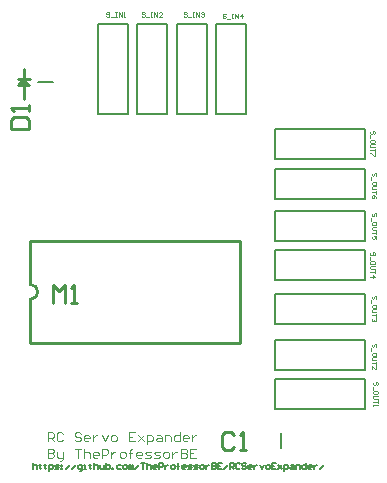
<source format=gto>
G04*
G04 #@! TF.GenerationSoftware,Altium Limited,Altium Designer,23.0.1 (38)*
G04*
G04 Layer_Color=65535*
%FSLAX25Y25*%
%MOIN*%
G70*
G04*
G04 #@! TF.SameCoordinates,7FA53B3A-F1D1-4194-8ECC-15494960791F*
G04*
G04*
G04 #@! TF.FilePolarity,Positive*
G04*
G01*
G75*
%ADD10C,0.01000*%
%ADD11C,0.00787*%
%ADD12C,0.00400*%
%ADD13C,0.00500*%
%ADD14C,0.00300*%
D10*
X211500Y312634D02*
G03*
X211500Y317634I0J2500D01*
G01*
X210500Y386000D02*
X211500D01*
X207500D02*
X210500D01*
X209000Y384500D02*
Y385000D01*
X209500Y385500D01*
X211000Y384000D01*
X207500D02*
X211000D01*
X207500D02*
X209500Y386000D01*
Y379500D02*
Y389500D01*
X211500Y298161D02*
Y312634D01*
Y317634D02*
Y332106D01*
X281500D01*
Y298161D02*
Y332106D01*
X211500Y298161D02*
X281500D01*
X279500Y267499D02*
X278500Y268499D01*
X276501D01*
X275501Y267499D01*
Y263501D01*
X276501Y262501D01*
X278500D01*
X279500Y263501D01*
X281499Y262501D02*
X283499D01*
X282499D01*
Y268499D01*
X281499Y267499D01*
X219001Y311501D02*
Y317499D01*
X221001Y315500D01*
X223000Y317499D01*
Y311501D01*
X224999D02*
X226999D01*
X225999D01*
Y317499D01*
X224999Y316499D01*
X205001Y369501D02*
X210999D01*
Y372500D01*
X209999Y373500D01*
X206001D01*
X205001Y372500D01*
Y369501D01*
X210999Y375499D02*
Y377499D01*
Y376499D01*
X205001D01*
X206001Y375499D01*
D11*
X295063Y262941D02*
Y268059D01*
X293000Y342000D02*
X323000D01*
X293000Y332000D02*
Y342000D01*
Y332000D02*
X323000D01*
Y342000D01*
X293000Y329000D02*
X323000D01*
X293000Y319000D02*
Y329000D01*
Y319000D02*
X323000D01*
Y329000D01*
X293000Y356000D02*
X323000D01*
X293000Y346000D02*
Y356000D01*
Y346000D02*
X323000D01*
Y356000D01*
X293000Y286000D02*
X323000D01*
X293000Y276000D02*
Y286000D01*
Y276000D02*
X323000D01*
Y286000D01*
X293000Y314500D02*
X323000D01*
X293000Y304500D02*
Y314500D01*
Y304500D02*
X323000D01*
Y314500D01*
X293000Y299000D02*
X323000D01*
X293000Y289000D02*
Y299000D01*
Y289000D02*
X323000D01*
Y299000D01*
X293000Y369500D02*
X323000D01*
X293000Y359500D02*
Y369500D01*
Y359500D02*
X323000D01*
Y369500D01*
X213941Y384937D02*
X219059D01*
X273500Y374500D02*
Y404500D01*
Y374500D02*
X283500D01*
Y404500D01*
X273500D02*
X283500D01*
X260500Y374500D02*
Y404500D01*
Y374500D02*
X270500D01*
Y404500D01*
X260500D02*
X270500D01*
X247000Y374500D02*
Y404500D01*
Y374500D02*
X257000D01*
Y404500D01*
X247000D02*
X257000D01*
X234000Y374500D02*
Y404500D01*
Y374500D02*
X244000D01*
Y404500D01*
X234000D02*
X244000D01*
D12*
X217400Y265400D02*
Y268399D01*
X218899D01*
X219399Y267899D01*
Y266899D01*
X218899Y266399D01*
X217400D01*
X218400D02*
X219399Y265400D01*
X222398Y267899D02*
X221899Y268399D01*
X220899D01*
X220399Y267899D01*
Y265899D01*
X220899Y265400D01*
X221899D01*
X222398Y265899D01*
X228396Y267899D02*
X227897Y268399D01*
X226897D01*
X226397Y267899D01*
Y267399D01*
X226897Y266899D01*
X227897D01*
X228396Y266399D01*
Y265899D01*
X227897Y265400D01*
X226897D01*
X226397Y265899D01*
X230896Y265400D02*
X229896D01*
X229396Y265899D01*
Y266899D01*
X229896Y267399D01*
X230896D01*
X231396Y266899D01*
Y266399D01*
X229396D01*
X232395Y267399D02*
Y265400D01*
Y266399D01*
X232895Y266899D01*
X233395Y267399D01*
X233895D01*
X235394D02*
X236394Y265400D01*
X237393Y267399D01*
X238893Y265400D02*
X239893D01*
X240393Y265899D01*
Y266899D01*
X239893Y267399D01*
X238893D01*
X238393Y266899D01*
Y265899D01*
X238893Y265400D01*
X246391Y268399D02*
X244391D01*
Y265400D01*
X246391D01*
X244391Y266899D02*
X245391D01*
X247390Y267399D02*
X249390Y265400D01*
X248390Y266399D01*
X249390Y267399D01*
X247390Y265400D01*
X250389Y264400D02*
Y267399D01*
X251889D01*
X252389Y266899D01*
Y265899D01*
X251889Y265400D01*
X250389D01*
X253888Y267399D02*
X254888D01*
X255388Y266899D01*
Y265400D01*
X253888D01*
X253388Y265899D01*
X253888Y266399D01*
X255388D01*
X256387Y265400D02*
Y267399D01*
X257887D01*
X258387Y266899D01*
Y265400D01*
X261386Y268399D02*
Y265400D01*
X259886D01*
X259386Y265899D01*
Y266899D01*
X259886Y267399D01*
X261386D01*
X263885Y265400D02*
X262885D01*
X262385Y265899D01*
Y266899D01*
X262885Y267399D01*
X263885D01*
X264385Y266899D01*
Y266399D01*
X262385D01*
X265385Y267399D02*
Y265400D01*
Y266399D01*
X265884Y266899D01*
X266384Y267399D01*
X266884D01*
X217400Y262899D02*
Y259900D01*
X218899D01*
X219399Y260400D01*
Y260899D01*
X218899Y261399D01*
X217400D01*
X218899D01*
X219399Y261899D01*
Y262399D01*
X218899Y262899D01*
X217400D01*
X220399Y261899D02*
Y260400D01*
X220899Y259900D01*
X222398D01*
Y259400D01*
X221899Y258900D01*
X221399D01*
X222398Y259900D02*
Y261899D01*
X226397Y262899D02*
X228396D01*
X227397D01*
Y259900D01*
X229396Y262899D02*
Y259900D01*
Y261399D01*
X229896Y261899D01*
X230896D01*
X231396Y261399D01*
Y259900D01*
X233895D02*
X232895D01*
X232395Y260400D01*
Y261399D01*
X232895Y261899D01*
X233895D01*
X234395Y261399D01*
Y260899D01*
X232395D01*
X235394Y259900D02*
Y262899D01*
X236894D01*
X237393Y262399D01*
Y261399D01*
X236894Y260899D01*
X235394D01*
X238393Y261899D02*
Y259900D01*
Y260899D01*
X238893Y261399D01*
X239393Y261899D01*
X239893D01*
X241892Y259900D02*
X242892D01*
X243392Y260400D01*
Y261399D01*
X242892Y261899D01*
X241892D01*
X241392Y261399D01*
Y260400D01*
X241892Y259900D01*
X244891D02*
Y262399D01*
Y261399D01*
X244391D01*
X245391D01*
X244891D01*
Y262399D01*
X245391Y262899D01*
X248390Y259900D02*
X247390D01*
X246890Y260400D01*
Y261399D01*
X247390Y261899D01*
X248390D01*
X248890Y261399D01*
Y260899D01*
X246890D01*
X249889Y259900D02*
X251389D01*
X251889Y260400D01*
X251389Y260899D01*
X250389D01*
X249889Y261399D01*
X250389Y261899D01*
X251889D01*
X252888Y259900D02*
X254388D01*
X254888Y260400D01*
X254388Y260899D01*
X253388D01*
X252888Y261399D01*
X253388Y261899D01*
X254888D01*
X256387Y259900D02*
X257387D01*
X257887Y260400D01*
Y261399D01*
X257387Y261899D01*
X256387D01*
X255888Y261399D01*
Y260400D01*
X256387Y259900D01*
X258887Y261899D02*
Y259900D01*
Y260899D01*
X259386Y261399D01*
X259886Y261899D01*
X260386D01*
X261886Y262899D02*
Y259900D01*
X263385D01*
X263885Y260400D01*
Y260899D01*
X263385Y261399D01*
X261886D01*
X263385D01*
X263885Y261899D01*
Y262399D01*
X263385Y262899D01*
X261886D01*
X266884D02*
X264885D01*
Y259900D01*
X266884D01*
X264885Y261399D02*
X265884D01*
D13*
X212500Y258166D02*
Y256166D01*
Y257166D01*
X212833Y257499D01*
X213500D01*
X213833Y257166D01*
Y256166D01*
X214833Y257833D02*
Y257499D01*
X214499D01*
X215166D01*
X214833D01*
Y256500D01*
X215166Y256166D01*
X216499Y257833D02*
Y257499D01*
X216165D01*
X216832D01*
X216499D01*
Y256500D01*
X216832Y256166D01*
X217832Y255500D02*
Y257499D01*
X218831D01*
X219164Y257166D01*
Y256500D01*
X218831Y256166D01*
X217832D01*
X219831D02*
X220831D01*
X221164Y256500D01*
X220831Y256833D01*
X220164D01*
X219831Y257166D01*
X220164Y257499D01*
X221164D01*
X221830D02*
X222164D01*
Y257166D01*
X221830D01*
Y257499D01*
Y256500D02*
X222164D01*
Y256166D01*
X221830D01*
Y256500D01*
X223496Y256166D02*
X224829Y257499D01*
X225496Y256166D02*
X226829Y257499D01*
X228162Y255500D02*
X228495D01*
X228828Y255833D01*
Y257499D01*
X227828D01*
X227495Y257166D01*
Y256500D01*
X227828Y256166D01*
X228828D01*
X229495D02*
X230161D01*
X229828D01*
Y257499D01*
X229495D01*
X231494Y257833D02*
Y257499D01*
X231161D01*
X231827D01*
X231494D01*
Y256500D01*
X231827Y256166D01*
X232827Y258166D02*
Y256166D01*
Y257166D01*
X233160Y257499D01*
X233826D01*
X234160Y257166D01*
Y256166D01*
X234826Y257499D02*
Y256500D01*
X235159Y256166D01*
X236159D01*
Y257499D01*
X236825Y258166D02*
Y256166D01*
X237825D01*
X238158Y256500D01*
Y256833D01*
Y257166D01*
X237825Y257499D01*
X236825D01*
X238825Y256166D02*
Y256500D01*
X239158D01*
Y256166D01*
X238825D01*
X241824Y257499D02*
X240824D01*
X240491Y257166D01*
Y256500D01*
X240824Y256166D01*
X241824D01*
X242824D02*
X243490D01*
X243823Y256500D01*
Y257166D01*
X243490Y257499D01*
X242824D01*
X242490Y257166D01*
Y256500D01*
X242824Y256166D01*
X244490D02*
Y257499D01*
X244823D01*
X245156Y257166D01*
Y256166D01*
Y257166D01*
X245489Y257499D01*
X245823Y257166D01*
Y256166D01*
X246489D02*
X247822Y257499D01*
X248488Y258166D02*
X249821D01*
X249155D01*
Y256166D01*
X250488Y258166D02*
Y256166D01*
Y257166D01*
X250821Y257499D01*
X251487D01*
X251821Y257166D01*
Y256166D01*
X253487D02*
X252820D01*
X252487Y256500D01*
Y257166D01*
X252820Y257499D01*
X253487D01*
X253820Y257166D01*
Y256833D01*
X252487D01*
X254486Y256166D02*
Y258166D01*
X255486D01*
X255819Y257833D01*
Y257166D01*
X255486Y256833D01*
X254486D01*
X256486Y257499D02*
Y256166D01*
Y256833D01*
X256819Y257166D01*
X257152Y257499D01*
X257485D01*
X258818Y256166D02*
X259485D01*
X259818Y256500D01*
Y257166D01*
X259485Y257499D01*
X258818D01*
X258485Y257166D01*
Y256500D01*
X258818Y256166D01*
X260818D02*
Y257833D01*
Y257166D01*
X260484D01*
X261151D01*
X260818D01*
Y257833D01*
X261151Y258166D01*
X263150Y256166D02*
X262484D01*
X262151Y256500D01*
Y257166D01*
X262484Y257499D01*
X263150D01*
X263484Y257166D01*
Y256833D01*
X262151D01*
X264150Y256166D02*
X265150D01*
X265483Y256500D01*
X265150Y256833D01*
X264483D01*
X264150Y257166D01*
X264483Y257499D01*
X265483D01*
X266149Y256166D02*
X267149D01*
X267482Y256500D01*
X267149Y256833D01*
X266482D01*
X266149Y257166D01*
X266482Y257499D01*
X267482D01*
X268482Y256166D02*
X269148D01*
X269481Y256500D01*
Y257166D01*
X269148Y257499D01*
X268482D01*
X268149Y257166D01*
Y256500D01*
X268482Y256166D01*
X270148Y257499D02*
Y256166D01*
Y256833D01*
X270481Y257166D01*
X270814Y257499D01*
X271148D01*
X272147Y258166D02*
Y256166D01*
X273147D01*
X273480Y256500D01*
Y256833D01*
X273147Y257166D01*
X272147D01*
X273147D01*
X273480Y257499D01*
Y257833D01*
X273147Y258166D01*
X272147D01*
X275480D02*
X274147D01*
Y256166D01*
X275480D01*
X274147Y257166D02*
X274813D01*
X276146Y256166D02*
X277479Y257499D01*
X278145Y256166D02*
Y258166D01*
X279145D01*
X279478Y257833D01*
Y257166D01*
X279145Y256833D01*
X278145D01*
X278812D02*
X279478Y256166D01*
X281478Y257833D02*
X281144Y258166D01*
X280478D01*
X280145Y257833D01*
Y256500D01*
X280478Y256166D01*
X281144D01*
X281478Y256500D01*
X283477Y257833D02*
X283144Y258166D01*
X282477D01*
X282144Y257833D01*
Y257499D01*
X282477Y257166D01*
X283144D01*
X283477Y256833D01*
Y256500D01*
X283144Y256166D01*
X282477D01*
X282144Y256500D01*
X285143Y256166D02*
X284477D01*
X284143Y256500D01*
Y257166D01*
X284477Y257499D01*
X285143D01*
X285476Y257166D01*
Y256833D01*
X284143D01*
X286143Y257499D02*
Y256166D01*
Y256833D01*
X286476Y257166D01*
X286809Y257499D01*
X287142D01*
X288142D02*
X288809Y256166D01*
X289475Y257499D01*
X290475Y256166D02*
X291141D01*
X291474Y256500D01*
Y257166D01*
X291141Y257499D01*
X290475D01*
X290142Y257166D01*
Y256500D01*
X290475Y256166D01*
X293474Y258166D02*
X292141D01*
Y256166D01*
X293474D01*
X292141Y257166D02*
X292807D01*
X294140Y257499D02*
X295473Y256166D01*
X294807Y256833D01*
X295473Y257499D01*
X294140Y256166D01*
X296140Y255500D02*
Y257499D01*
X297139D01*
X297472Y257166D01*
Y256500D01*
X297139Y256166D01*
X296140D01*
X298472Y257499D02*
X299138D01*
X299472Y257166D01*
Y256166D01*
X298472D01*
X298139Y256500D01*
X298472Y256833D01*
X299472D01*
X300138Y256166D02*
Y257499D01*
X301138D01*
X301471Y257166D01*
Y256166D01*
X303470Y258166D02*
Y256166D01*
X302471D01*
X302138Y256500D01*
Y257166D01*
X302471Y257499D01*
X303470D01*
X305137Y256166D02*
X304470D01*
X304137Y256500D01*
Y257166D01*
X304470Y257499D01*
X305137D01*
X305470Y257166D01*
Y256833D01*
X304137D01*
X306136Y257499D02*
Y256166D01*
Y256833D01*
X306469Y257166D01*
X306803Y257499D01*
X307136D01*
X308136Y256166D02*
X309469Y257499D01*
D14*
X326625Y340249D02*
X326875Y340499D01*
Y340999D01*
X326625Y341249D01*
X326375D01*
X326125Y340999D01*
Y340499D01*
X325875Y340249D01*
X325625D01*
X325375Y340499D01*
Y340999D01*
X325625Y341249D01*
X325125Y339749D02*
Y338749D01*
X326875Y337500D02*
Y338000D01*
X326625Y338250D01*
X325625D01*
X325375Y338000D01*
Y337500D01*
X325625Y337250D01*
X326625D01*
X326875Y337500D01*
Y336750D02*
X325625D01*
X325375Y336500D01*
Y336000D01*
X325625Y335750D01*
X326875D01*
Y335251D02*
Y334251D01*
Y334751D01*
X325375D01*
X326875Y332751D02*
Y333751D01*
X326125D01*
X326375Y333251D01*
Y333001D01*
X326125Y332751D01*
X325625D01*
X325375Y333001D01*
Y333501D01*
X325625Y333751D01*
X326125Y327249D02*
X326375Y327499D01*
Y327999D01*
X326125Y328249D01*
X325875D01*
X325625Y327999D01*
Y327499D01*
X325375Y327249D01*
X325125D01*
X324875Y327499D01*
Y327999D01*
X325125Y328249D01*
X324625Y326749D02*
Y325749D01*
X326375Y324500D02*
Y325000D01*
X326125Y325250D01*
X325125D01*
X324875Y325000D01*
Y324500D01*
X325125Y324250D01*
X326125D01*
X326375Y324500D01*
Y323750D02*
X325125D01*
X324875Y323500D01*
Y323000D01*
X325125Y322750D01*
X326375D01*
Y322251D02*
Y321251D01*
Y321751D01*
X324875D01*
Y320001D02*
X326375D01*
X325625Y320751D01*
Y319751D01*
X326625Y353749D02*
X326875Y353999D01*
Y354499D01*
X326625Y354749D01*
X326375D01*
X326125Y354499D01*
Y353999D01*
X325875Y353749D01*
X325625D01*
X325375Y353999D01*
Y354499D01*
X325625Y354749D01*
X325125Y353249D02*
Y352249D01*
X326875Y351000D02*
Y351500D01*
X326625Y351750D01*
X325625D01*
X325375Y351500D01*
Y351000D01*
X325625Y350750D01*
X326625D01*
X326875Y351000D01*
Y350250D02*
X325625D01*
X325375Y350000D01*
Y349500D01*
X325625Y349250D01*
X326875D01*
Y348751D02*
Y347751D01*
Y348251D01*
X325375D01*
X326875Y346251D02*
X326625Y346751D01*
X326125Y347251D01*
X325625D01*
X325375Y347001D01*
Y346501D01*
X325625Y346251D01*
X325875D01*
X326125Y346501D01*
Y347251D01*
X327125Y283999D02*
X327375Y284249D01*
Y284749D01*
X327125Y284999D01*
X326875D01*
X326625Y284749D01*
Y284249D01*
X326375Y283999D01*
X326125D01*
X325875Y284249D01*
Y284749D01*
X326125Y284999D01*
X325625Y283499D02*
Y282500D01*
X327375Y281250D02*
Y281750D01*
X327125Y282000D01*
X326125D01*
X325875Y281750D01*
Y281250D01*
X326125Y281000D01*
X327125D01*
X327375Y281250D01*
Y280500D02*
X326125D01*
X325875Y280250D01*
Y279750D01*
X326125Y279501D01*
X327375D01*
Y279001D02*
Y278001D01*
Y278501D01*
X325875D01*
Y277501D02*
Y277001D01*
Y277251D01*
X327375D01*
X327125Y277501D01*
X326625Y312749D02*
X326875Y312999D01*
Y313499D01*
X326625Y313749D01*
X326375D01*
X326125Y313499D01*
Y312999D01*
X325875Y312749D01*
X325625D01*
X325375Y312999D01*
Y313499D01*
X325625Y313749D01*
X325125Y312249D02*
Y311249D01*
X326875Y310000D02*
Y310500D01*
X326625Y310750D01*
X325625D01*
X325375Y310500D01*
Y310000D01*
X325625Y309750D01*
X326625D01*
X326875Y310000D01*
Y309250D02*
X325625D01*
X325375Y309000D01*
Y308500D01*
X325625Y308250D01*
X326875D01*
Y307751D02*
Y306751D01*
Y307251D01*
X325375D01*
X326625Y306251D02*
X326875Y306001D01*
Y305501D01*
X326625Y305251D01*
X326375D01*
X326125Y305501D01*
Y305751D01*
Y305501D01*
X325875Y305251D01*
X325625D01*
X325375Y305501D01*
Y306001D01*
X325625Y306251D01*
X326625Y296749D02*
X326875Y296999D01*
Y297499D01*
X326625Y297749D01*
X326375D01*
X326125Y297499D01*
Y296999D01*
X325875Y296749D01*
X325625D01*
X325375Y296999D01*
Y297499D01*
X325625Y297749D01*
X325125Y296249D02*
Y295249D01*
X326875Y294000D02*
Y294500D01*
X326625Y294750D01*
X325625D01*
X325375Y294500D01*
Y294000D01*
X325625Y293750D01*
X326625D01*
X326875Y294000D01*
Y293250D02*
X325625D01*
X325375Y293000D01*
Y292500D01*
X325625Y292250D01*
X326875D01*
Y291751D02*
Y290751D01*
Y291251D01*
X325375D01*
Y289251D02*
Y290251D01*
X326375Y289251D01*
X326625D01*
X326875Y289501D01*
Y290001D01*
X326625Y290251D01*
X326125Y367749D02*
X326375Y367999D01*
Y368499D01*
X326125Y368749D01*
X325875D01*
X325625Y368499D01*
Y367999D01*
X325375Y367749D01*
X325125D01*
X324875Y367999D01*
Y368499D01*
X325125Y368749D01*
X324625Y367249D02*
Y366249D01*
X326375Y365000D02*
Y365500D01*
X326125Y365750D01*
X325125D01*
X324875Y365500D01*
Y365000D01*
X325125Y364750D01*
X326125D01*
X326375Y365000D01*
Y364250D02*
X325125D01*
X324875Y364000D01*
Y363500D01*
X325125Y363250D01*
X326375D01*
Y362751D02*
Y361751D01*
Y362251D01*
X324875D01*
X326375Y361251D02*
Y360251D01*
X326125D01*
X325125Y361251D01*
X324875D01*
X276626Y407625D02*
X276376Y407875D01*
X275876D01*
X275626Y407625D01*
Y407375D01*
X275876Y407125D01*
X276376D01*
X276626Y406875D01*
Y406625D01*
X276376Y406375D01*
X275876D01*
X275626Y406625D01*
X277126Y406125D02*
X278125D01*
X278625Y407875D02*
X279125D01*
X278875D01*
Y406375D01*
X278625D01*
X279125D01*
X279875D02*
Y407875D01*
X280874Y406375D01*
Y407875D01*
X282124Y406375D02*
Y407875D01*
X281374Y407125D01*
X282374D01*
X263626Y408125D02*
X263376Y408375D01*
X262876D01*
X262626Y408125D01*
Y407875D01*
X262876Y407625D01*
X263376D01*
X263626Y407375D01*
Y407125D01*
X263376Y406875D01*
X262876D01*
X262626Y407125D01*
X264126Y406625D02*
X265125D01*
X265625Y408375D02*
X266125D01*
X265875D01*
Y406875D01*
X265625D01*
X266125D01*
X266875D02*
Y408375D01*
X267874Y406875D01*
Y408375D01*
X268374Y408125D02*
X268624Y408375D01*
X269124D01*
X269374Y408125D01*
Y407875D01*
X269124Y407625D01*
X268874D01*
X269124D01*
X269374Y407375D01*
Y407125D01*
X269124Y406875D01*
X268624D01*
X268374Y407125D01*
X249626Y408125D02*
X249376Y408375D01*
X248876D01*
X248626Y408125D01*
Y407875D01*
X248876Y407625D01*
X249376D01*
X249626Y407375D01*
Y407125D01*
X249376Y406875D01*
X248876D01*
X248626Y407125D01*
X250126Y406625D02*
X251125D01*
X251625Y408375D02*
X252125D01*
X251875D01*
Y406875D01*
X251625D01*
X252125D01*
X252875D02*
Y408375D01*
X253874Y406875D01*
Y408375D01*
X255374Y406875D02*
X254374D01*
X255374Y407875D01*
Y408125D01*
X255124Y408375D01*
X254624D01*
X254374Y408125D01*
X237876D02*
X237626Y408375D01*
X237126D01*
X236876Y408125D01*
Y407875D01*
X237126Y407625D01*
X237626D01*
X237876Y407375D01*
Y407125D01*
X237626Y406875D01*
X237126D01*
X236876Y407125D01*
X238375Y406625D02*
X239375D01*
X239875Y408375D02*
X240375D01*
X240125D01*
Y406875D01*
X239875D01*
X240375D01*
X241125D02*
Y408375D01*
X242124Y406875D01*
Y408375D01*
X242624Y406875D02*
X243124D01*
X242874D01*
Y408375D01*
X242624Y408125D01*
M02*

</source>
